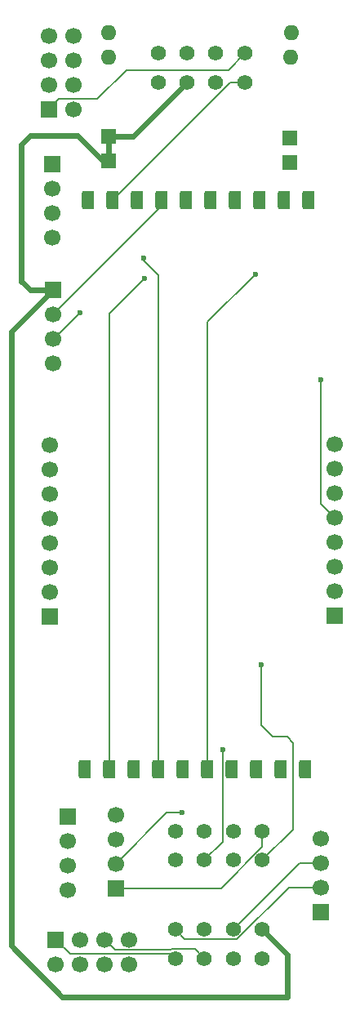
<source format=gbl>
G04 #@! TF.GenerationSoftware,KiCad,Pcbnew,9.0.4*
G04 #@! TF.CreationDate,2025-09-18T15:34:25+02:00*
G04 #@! TF.ProjectId,SMaRT,534d6152-542e-46b6-9963-61645f706362,0*
G04 #@! TF.SameCoordinates,Original*
G04 #@! TF.FileFunction,Copper,L4,Bot*
G04 #@! TF.FilePolarity,Positive*
%FSLAX46Y46*%
G04 Gerber Fmt 4.6, Leading zero omitted, Abs format (unit mm)*
G04 Created by KiCad (PCBNEW 9.0.4) date 2025-09-18 15:34:25*
%MOMM*%
%LPD*%
G01*
G04 APERTURE LIST*
G04 Aperture macros list*
%AMRoundRect*
0 Rectangle with rounded corners*
0 $1 Rounding radius*
0 $2 $3 $4 $5 $6 $7 $8 $9 X,Y pos of 4 corners*
0 Add a 4 corners polygon primitive as box body*
4,1,4,$2,$3,$4,$5,$6,$7,$8,$9,$2,$3,0*
0 Add four circle primitives for the rounded corners*
1,1,$1+$1,$2,$3*
1,1,$1+$1,$4,$5*
1,1,$1+$1,$6,$7*
1,1,$1+$1,$8,$9*
0 Add four rect primitives between the rounded corners*
20,1,$1+$1,$2,$3,$4,$5,0*
20,1,$1+$1,$4,$5,$6,$7,0*
20,1,$1+$1,$6,$7,$8,$9,0*
20,1,$1+$1,$8,$9,$2,$3,0*%
G04 Aperture macros list end*
G04 #@! TA.AperFunction,ComponentPad*
%ADD10R,1.700000X1.700000*%
G04 #@! TD*
G04 #@! TA.AperFunction,ComponentPad*
%ADD11C,1.700000*%
G04 #@! TD*
G04 #@! TA.AperFunction,ComponentPad*
%ADD12C,1.574800*%
G04 #@! TD*
G04 #@! TA.AperFunction,ComponentPad*
%ADD13R,1.600000X1.600000*%
G04 #@! TD*
G04 #@! TA.AperFunction,ComponentPad*
%ADD14O,1.600000X1.600000*%
G04 #@! TD*
G04 #@! TA.AperFunction,ComponentPad*
%ADD15RoundRect,0.190500X-0.444500X0.762000X-0.444500X-0.762000X0.444500X-0.762000X0.444500X0.762000X0*%
G04 #@! TD*
G04 #@! TA.AperFunction,ComponentPad*
%ADD16RoundRect,0.190500X0.444500X-0.762000X0.444500X0.762000X-0.444500X0.762000X-0.444500X-0.762000X0*%
G04 #@! TD*
G04 #@! TA.AperFunction,ViaPad*
%ADD17C,0.600000*%
G04 #@! TD*
G04 #@! TA.AperFunction,Conductor*
%ADD18C,0.127000*%
G04 #@! TD*
G04 #@! TA.AperFunction,Conductor*
%ADD19C,0.600000*%
G04 #@! TD*
G04 #@! TA.AperFunction,Conductor*
%ADD20C,0.200000*%
G04 #@! TD*
G04 APERTURE END LIST*
D10*
G04 #@! TO.P,J6,1,Pin_1*
G04 #@! TO.N,Net-(J6-Pin_1)*
X75360000Y-48570000D03*
D11*
G04 #@! TO.P,J6,5*
G04 #@! TO.N,N/C*
X77900000Y-48570000D03*
G04 #@! TO.P,J6,2,Pin_2*
G04 #@! TO.N,Net-(J6-Pin_2)*
X75360000Y-46030000D03*
G04 #@! TO.P,J6,6*
G04 #@! TO.N,N/C*
X77900000Y-46030000D03*
G04 #@! TO.P,J6,3,Pin_3*
G04 #@! TO.N,Net-(J6-Pin_3)*
X75360000Y-43490000D03*
G04 #@! TO.P,J6,7*
G04 #@! TO.N,N/C*
X77900000Y-43490000D03*
G04 #@! TO.P,J6,4,Pin_4*
G04 #@! TO.N,Net-(J6-Pin_4)*
X75360000Y-40950000D03*
G04 #@! TO.P,J6,8*
G04 #@! TO.N,N/C*
X77900000Y-40950000D03*
G04 #@! TD*
D10*
G04 #@! TO.P,J3,1,Pin_1*
G04 #@! TO.N,Net-(J3-Pin_1)*
X76095000Y-134675000D03*
D11*
G04 #@! TO.P,J3,5*
G04 #@! TO.N,N/C*
X76095000Y-137215000D03*
G04 #@! TO.P,J3,2,Pin_2*
G04 #@! TO.N,Net-(J3-Pin_2)*
X78635000Y-134675000D03*
G04 #@! TO.P,J3,6*
G04 #@! TO.N,N/C*
X78635000Y-137215000D03*
G04 #@! TO.P,J3,3,Pin_3*
G04 #@! TO.N,Net-(J3-Pin_3)*
X81175000Y-134675000D03*
G04 #@! TO.P,J3,7*
G04 #@! TO.N,N/C*
X81175000Y-137215000D03*
G04 #@! TO.P,J3,4,Pin_4*
G04 #@! TO.N,Net-(J3-Pin_4)*
X83715000Y-134675000D03*
G04 #@! TO.P,J3,8*
G04 #@! TO.N,N/C*
X83715000Y-137215000D03*
G04 #@! TD*
D10*
G04 #@! TO.P,J4,1,Pin_1*
G04 #@! TO.N,VCC*
X75800000Y-67300000D03*
D11*
G04 #@! TO.P,J4,2,Pin_2*
G04 #@! TO.N,/G_TX*
X75800000Y-69840000D03*
G04 #@! TO.P,J4,3,Pin_3*
G04 #@! TO.N,/G_RX*
X75800000Y-72380000D03*
G04 #@! TO.P,J4,4,Pin_4*
G04 #@! TO.N,GND*
X75800000Y-74920000D03*
G04 #@! TD*
D10*
G04 #@! TO.P,J7,1,Pin_1*
G04 #@! TO.N,VCC*
X103600000Y-131800000D03*
D11*
G04 #@! TO.P,J7,2,Pin_2*
G04 #@! TO.N,/S_TX*
X103600000Y-129260000D03*
G04 #@! TO.P,J7,3,Pin_3*
G04 #@! TO.N,/S_RX*
X103600000Y-126720000D03*
G04 #@! TO.P,J7,4,Pin_4*
G04 #@! TO.N,GND*
X103600000Y-124180000D03*
G04 #@! TD*
D10*
G04 #@! TO.P,J12,1,Pin_1*
G04 #@! TO.N,Net-(J12-Pin_1)*
X82290000Y-129345000D03*
D11*
G04 #@! TO.P,J12,2,Pin_2*
G04 #@! TO.N,Net-(J12-Pin_2)*
X82290000Y-126805000D03*
G04 #@! TO.P,J12,3,Pin_3*
G04 #@! TO.N,Net-(J12-Pin_3)*
X82290000Y-124265000D03*
G04 #@! TO.P,J12,4,Pin_4*
G04 #@! TO.N,Net-(J12-Pin_4)*
X82290000Y-121725000D03*
G04 #@! TD*
D10*
G04 #@! TO.P,J8,1,Pin_1*
G04 #@! TO.N,Net-(J3-Pin_2)*
X77315000Y-121900000D03*
D11*
G04 #@! TO.P,J8,2,Pin_2*
G04 #@! TO.N,Net-(J3-Pin_4)*
X77315000Y-124440000D03*
G04 #@! TO.P,J8,3,Pin_3*
G04 #@! TO.N,Net-(J3-Pin_6)*
X77315000Y-126980000D03*
G04 #@! TO.P,J8,4,Pin_4*
G04 #@! TO.N,Net-(J3-Pin_8)*
X77315000Y-129520000D03*
G04 #@! TD*
D10*
G04 #@! TO.P,J9,1,Pin_1*
G04 #@! TO.N,Net-(J6-Pin_2)*
X75700000Y-54300000D03*
D11*
G04 #@! TO.P,J9,2,Pin_2*
G04 #@! TO.N,Net-(J6-Pin_4)*
X75700000Y-56840000D03*
G04 #@! TO.P,J9,3,Pin_3*
G04 #@! TO.N,Net-(J6-Pin_6)*
X75700000Y-59380000D03*
G04 #@! TO.P,J9,4,Pin_4*
G04 #@! TO.N,Net-(J6-Pin_8)*
X75700000Y-61920000D03*
G04 #@! TD*
G04 #@! TO.P,J11,8,Pin_8*
G04 #@! TO.N,Net-(A2-AGND)*
X105000000Y-83320000D03*
G04 #@! TO.P,J11,7,Pin_7*
G04 #@! TO.N,Net-(A2-GPIO27_ADC1)*
X105000000Y-85860000D03*
G04 #@! TO.P,J11,6,Pin_6*
G04 #@! TO.N,Net-(A2-GPIO26_ADC0)*
X105000000Y-88400000D03*
G04 #@! TO.P,J11,5,Pin_5*
G04 #@! TO.N,Net-(A2-ADC_VREF)*
X105000000Y-90940000D03*
G04 #@! TO.P,J11,4,Pin_4*
G04 #@! TO.N,Net-(A2-GPIO21)*
X105000000Y-93480000D03*
G04 #@! TO.P,J11,3,Pin_3*
G04 #@! TO.N,Net-(A2-GPIO20)*
X105000000Y-96020000D03*
G04 #@! TO.P,J11,2,Pin_2*
G04 #@! TO.N,Net-(A2-GPIO19)*
X105000000Y-98560000D03*
D10*
G04 #@! TO.P,J11,1,Pin_1*
G04 #@! TO.N,Net-(A2-GPIO18)*
X105000000Y-101100000D03*
G04 #@! TD*
D11*
G04 #@! TO.P,J10,8,Pin_8*
G04 #@! TO.N,Net-(A2-GPIO2)*
X75500000Y-83380000D03*
G04 #@! TO.P,J10,7,Pin_7*
G04 #@! TO.N,Net-(A2-GPIO3)*
X75500000Y-85920000D03*
G04 #@! TO.P,J10,6,Pin_6*
G04 #@! TO.N,Net-(A2-GPIO4)*
X75500000Y-88460000D03*
G04 #@! TO.P,J10,5,Pin_5*
G04 #@! TO.N,Net-(A2-GPIO5)*
X75500000Y-91000000D03*
G04 #@! TO.P,J10,4,Pin_4*
G04 #@! TO.N,Net-(A2-GPIO8)*
X75500000Y-93540000D03*
G04 #@! TO.P,J10,3,Pin_3*
G04 #@! TO.N,Net-(A2-GPIO9)*
X75500000Y-96080000D03*
G04 #@! TO.P,J10,2,Pin_2*
G04 #@! TO.N,Net-(A2-GPIO10)*
X75500000Y-98620000D03*
D10*
G04 #@! TO.P,J10,1,Pin_1*
G04 #@! TO.N,Net-(A2-GPIO11)*
X75500000Y-101160000D03*
G04 #@! TD*
D12*
G04 #@! TO.P,J1,8,8*
G04 #@! TO.N,Net-(J3-Pin_1)*
X88490002Y-136624999D03*
G04 #@! TO.P,J1,7,7*
G04 #@! TO.N,Net-(J3-Pin_3)*
X91490001Y-136624999D03*
G04 #@! TO.P,J1,6,6*
G04 #@! TO.N,Net-(J3-Pin_5)*
X94490000Y-136624999D03*
G04 #@! TO.P,J1,5,5*
G04 #@! TO.N,Net-(J3-Pin_7)*
X97489999Y-136624999D03*
G04 #@! TO.P,J1,4,4*
G04 #@! TO.N,/S_TX*
X88490002Y-133625000D03*
G04 #@! TO.P,J1,3,3*
G04 #@! TO.N,GND*
X91490001Y-133625000D03*
G04 #@! TO.P,J1,2,2*
G04 #@! TO.N,/S_RX*
X94490000Y-133625000D03*
G04 #@! TO.P,J1,1,1*
G04 #@! TO.N,VCC*
X97489999Y-133625000D03*
G04 #@! TD*
G04 #@! TO.P,J5,8,8*
G04 #@! TO.N,Net-(J12-Pin_1)*
X97515000Y-123450000D03*
G04 #@! TO.P,J5,7,7*
G04 #@! TO.N,Net-(J12-Pin_2)*
X94515001Y-123450000D03*
G04 #@! TO.P,J5,6,6*
G04 #@! TO.N,Net-(J12-Pin_3)*
X91515002Y-123450000D03*
G04 #@! TO.P,J5,5,5*
G04 #@! TO.N,Net-(J12-Pin_4)*
X88515003Y-123450000D03*
G04 #@! TO.P,J5,4,4*
G04 #@! TO.N,/RESET*
X97515000Y-126449999D03*
G04 #@! TO.P,J5,3,3*
G04 #@! TO.N,/SWCLK*
X94515001Y-126449999D03*
G04 #@! TO.P,J5,2,2*
G04 #@! TO.N,/SWDIO*
X91515002Y-126449999D03*
G04 #@! TO.P,J5,1,1*
G04 #@! TO.N,GND*
X88515003Y-126449999D03*
G04 #@! TD*
D13*
G04 #@! TO.P,U1,1,IN+*
G04 #@! TO.N,VCC*
X81577000Y-53935000D03*
G04 #@! TO.P,U1,2,IN+*
X81577000Y-51395000D03*
D14*
G04 #@! TO.P,U1,3,IN-*
G04 #@! TO.N,GND*
X81551600Y-43140000D03*
G04 #@! TO.P,U1,4,IN-*
X81577000Y-40600000D03*
D13*
G04 #@! TO.P,U1,5,OUT+*
G04 #@! TO.N,3V3*
X100373000Y-54062000D03*
G04 #@! TO.P,U1,6,OUT+*
X100373000Y-51522000D03*
D14*
G04 #@! TO.P,U1,7,OUT-*
G04 #@! TO.N,GND*
X100474600Y-43140000D03*
G04 #@! TO.P,U1,8,OUT-*
X100500000Y-40600000D03*
G04 #@! TD*
D15*
G04 #@! TO.P,U3,1,T1OUT*
G04 #@! TO.N,unconnected-(U3-T1OUT-Pad1)*
X79460000Y-58000000D03*
G04 #@! TO.P,U3,2,T2OUT*
G04 #@! TO.N,/G_RX*
X82000000Y-58000000D03*
G04 #@! TO.P,U3,3,R1IN*
G04 #@! TO.N,unconnected-(U3-R1IN-Pad3)*
X84540000Y-58000000D03*
G04 #@! TO.P,U3,4,R2IN*
G04 #@! TO.N,/G_TX*
X87080000Y-58000000D03*
G04 #@! TO.P,U3,5,3-5.5V*
G04 #@! TO.N,3V3*
X89620000Y-58000000D03*
G04 #@! TO.P,U3,6,GND*
G04 #@! TO.N,GND*
X92160000Y-58000000D03*
G04 #@! TO.P,U3,7,T1IN*
G04 #@! TO.N,unconnected-(U3-T1IN-Pad7)*
X94700000Y-58000000D03*
G04 #@! TO.P,U3,8,T2IN*
G04 #@! TO.N,/TX1*
X97272513Y-57994297D03*
G04 #@! TO.P,U3,9,R1OUT*
G04 #@! TO.N,unconnected-(U3-R1OUT-Pad9)*
X99780000Y-58000000D03*
G04 #@! TO.P,U3,10,R2OUT*
G04 #@! TO.N,/RX1*
X102320000Y-58000000D03*
G04 #@! TD*
D16*
G04 #@! TO.P,U2,1,T1OUT*
G04 #@! TO.N,/S_RX*
X102000000Y-117000000D03*
G04 #@! TO.P,U2,2,T2OUT*
G04 #@! TO.N,unconnected-(U2-T2OUT-Pad2)*
X99460000Y-117000000D03*
G04 #@! TO.P,U2,3,R1IN*
G04 #@! TO.N,/S_TX*
X96920000Y-117000000D03*
G04 #@! TO.P,U2,4,R2IN*
G04 #@! TO.N,unconnected-(U2-R2IN-Pad4)*
X94380000Y-117000000D03*
G04 #@! TO.P,U2,5,3-5.5V*
G04 #@! TO.N,3V3*
X91840000Y-117000000D03*
G04 #@! TO.P,U2,6,GND*
G04 #@! TO.N,GND*
X89300000Y-117000000D03*
G04 #@! TO.P,U2,7,T1IN*
G04 #@! TO.N,/TX0*
X86760000Y-117000000D03*
G04 #@! TO.P,U2,8,T2IN*
G04 #@! TO.N,unconnected-(U2-T2IN-Pad8)*
X84187487Y-117005703D03*
G04 #@! TO.P,U2,9,R1OUT*
G04 #@! TO.N,/RX0*
X81680000Y-117000000D03*
G04 #@! TO.P,U2,10,R2OUT*
G04 #@! TO.N,unconnected-(U2-R2OUT-Pad10)*
X79140000Y-117000000D03*
G04 #@! TD*
D12*
G04 #@! TO.P,J2,8,8*
G04 #@! TO.N,Net-(J6-Pin_1)*
X95700000Y-42800000D03*
G04 #@! TO.P,J2,7,7*
G04 #@! TO.N,Net-(J6-Pin_3)*
X92700001Y-42800000D03*
G04 #@! TO.P,J2,6,6*
G04 #@! TO.N,Net-(J6-Pin_5)*
X89700002Y-42800000D03*
G04 #@! TO.P,J2,5,5*
G04 #@! TO.N,Net-(J6-Pin_7)*
X86700003Y-42800000D03*
G04 #@! TO.P,J2,4,4*
G04 #@! TO.N,/G_RX*
X95700000Y-45799999D03*
G04 #@! TO.P,J2,3,3*
G04 #@! TO.N,/G_TX*
X92700001Y-45799999D03*
G04 #@! TO.P,J2,2,2*
G04 #@! TO.N,VCC*
X89700002Y-45799999D03*
G04 #@! TO.P,J2,1,1*
G04 #@! TO.N,GND*
X86700003Y-45799999D03*
G04 #@! TD*
D17*
G04 #@! TO.N,/RESET*
X97425000Y-106200000D03*
G04 #@! TO.N,/G_RX*
X78575000Y-69700000D03*
G04 #@! TO.N,3V3*
X96775000Y-65700000D03*
G04 #@! TO.N,/RX0*
X85325000Y-66100000D03*
G04 #@! TO.N,/TX0*
X85250000Y-64050000D03*
G04 #@! TO.N,Net-(J12-Pin_2)*
X89225000Y-121475000D03*
G04 #@! TO.N,/SWDIO*
X93425000Y-115000000D03*
G04 #@! TO.N,Net-(A2-ADC_VREF)*
X103575000Y-76625000D03*
G04 #@! TD*
D18*
G04 #@! TO.N,Net-(J3-Pin_3)*
X88084528Y-135646099D02*
X90511101Y-135646099D01*
X88014127Y-135716500D02*
X88084528Y-135646099D01*
X82216500Y-135716500D02*
X88014127Y-135716500D01*
X90511101Y-135646099D02*
X91490001Y-136624999D01*
X81175000Y-134675000D02*
X82216500Y-135716500D01*
D19*
G04 #@! TO.N,VCC*
X84105001Y-51395000D02*
X89700002Y-45799999D01*
X81577000Y-51395000D02*
X84105001Y-51395000D01*
D18*
G04 #@! TO.N,/RESET*
X97425000Y-112450000D02*
X97425000Y-106200000D01*
X98625000Y-113650000D02*
X97425000Y-112450000D01*
X100075000Y-113650000D02*
X98625000Y-113650000D01*
X97515000Y-126449999D02*
X100725000Y-123239999D01*
X100725000Y-123239999D02*
X100725000Y-114300000D01*
X100725000Y-114300000D02*
X100075000Y-113650000D01*
G04 #@! TO.N,/G_RX*
X75895000Y-72380000D02*
X78575000Y-69700000D01*
X75800000Y-72380000D02*
X75895000Y-72380000D01*
G04 #@! TO.N,/G_TX*
X75800000Y-69840000D02*
X87080000Y-58560000D01*
X87080000Y-58560000D02*
X87080000Y-58000000D01*
G04 #@! TO.N,3V3*
X91840000Y-70635000D02*
X96775000Y-65700000D01*
X91840000Y-117000000D02*
X91840000Y-70635000D01*
D20*
G04 #@! TO.N,/RX0*
X81680000Y-69745000D02*
X81680000Y-117000000D01*
X85325000Y-66100000D02*
X81680000Y-69745000D01*
D18*
G04 #@! TO.N,/TX0*
X85250000Y-64250000D02*
X86760000Y-65760000D01*
X86760000Y-65760000D02*
X86760000Y-117000000D01*
X85250000Y-64050000D02*
X85250000Y-64250000D01*
G04 #@! TO.N,Net-(J12-Pin_2)*
X87620000Y-121475000D02*
X82290000Y-126805000D01*
X89225000Y-121475000D02*
X87620000Y-121475000D01*
G04 #@! TO.N,Net-(J12-Pin_1)*
X97515000Y-125065625D02*
X97515000Y-123450000D01*
X93235625Y-129345000D02*
X97515000Y-125065625D01*
X82290000Y-129345000D02*
X93235625Y-129345000D01*
G04 #@! TO.N,Net-(J3-Pin_1)*
X77593500Y-136173500D02*
X76095000Y-134675000D01*
X88038503Y-136173500D02*
X77593500Y-136173500D01*
X88490002Y-136624999D02*
X88038503Y-136173500D01*
G04 #@! TO.N,/S_TX*
X94895474Y-134603900D02*
X89468902Y-134603900D01*
X89468902Y-134603900D02*
X88490002Y-133625000D01*
X100239374Y-129260000D02*
X94895474Y-134603900D01*
X103600000Y-129260000D02*
X100239374Y-129260000D01*
G04 #@! TO.N,/S_RX*
X101395000Y-126720000D02*
X103600000Y-126720000D01*
X94490000Y-133625000D02*
X101395000Y-126720000D01*
D19*
G04 #@! TO.N,VCC*
X100075000Y-136210001D02*
X97489999Y-133625000D01*
X76774000Y-140599000D02*
X100075000Y-140599000D01*
X71475000Y-135300000D02*
X76774000Y-140599000D01*
X71475000Y-71625000D02*
X71475000Y-135300000D01*
X75800000Y-67300000D02*
X71475000Y-71625000D01*
X100075000Y-140599000D02*
X100075000Y-136210001D01*
X73425000Y-67300000D02*
X75800000Y-67300000D01*
X72575000Y-66450000D02*
X73425000Y-67300000D01*
X72525000Y-66450000D02*
X72575000Y-66450000D01*
X73400000Y-51350000D02*
X72525000Y-52225000D01*
X72525000Y-52225000D02*
X72525000Y-66450000D01*
X78350000Y-51350000D02*
X73400000Y-51350000D01*
X80935000Y-53935000D02*
X78350000Y-51350000D01*
X81577000Y-53935000D02*
X80935000Y-53935000D01*
X81577000Y-51395000D02*
X81577000Y-53935000D01*
D18*
X81530000Y-51395000D02*
X81500000Y-51425000D01*
X81577000Y-51395000D02*
X81530000Y-51395000D01*
G04 #@! TO.N,/G_RX*
X95700000Y-45799999D02*
X94200001Y-45799999D01*
X94200001Y-45799999D02*
X82000000Y-58000000D01*
G04 #@! TO.N,Net-(J6-Pin_1)*
X76401500Y-47528500D02*
X75360000Y-48570000D01*
X80414404Y-47528500D02*
X76401500Y-47528500D01*
X83414903Y-44528001D02*
X80414404Y-47528500D01*
X95700000Y-42800000D02*
X93971999Y-44528001D01*
X93971999Y-44528001D02*
X83414903Y-44528001D01*
G04 #@! TO.N,Net-(A2-ADC_VREF)*
X103575000Y-89515000D02*
X105000000Y-90940000D01*
X103575000Y-76625000D02*
X103575000Y-89515000D01*
G04 #@! TO.N,/SWDIO*
X93425000Y-115000000D02*
X93425000Y-124540001D01*
X93425000Y-124540001D02*
X91515002Y-126449999D01*
G04 #@! TD*
M02*

</source>
